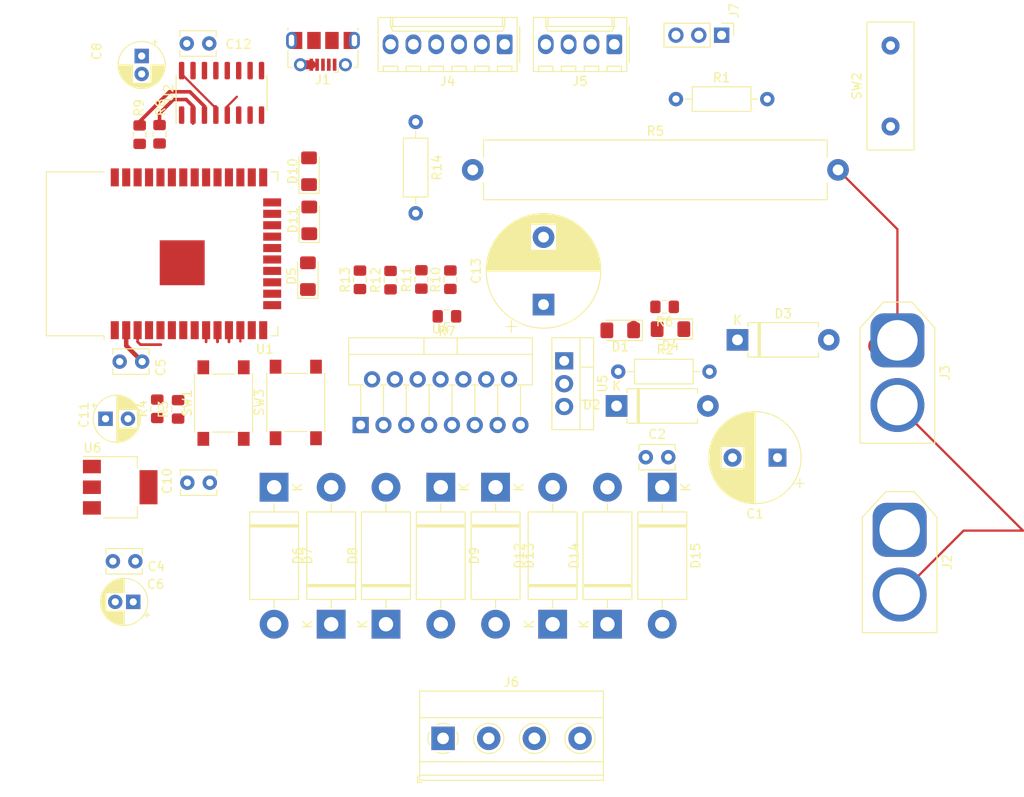
<source format=kicad_pcb>
(kicad_pcb (version 20171130) (host pcbnew "(5.1.9)-1")
  (layers (0 F.Cu signal) (31 B.Cu signal) (34 B.Paste user) (35 F.Paste user) (36 B.SilkS user) (37 F.SilkS user) (38 B.Mask user) (39 F.Mask user hide) (44 Edge.Cuts user))
  (net 0 "")
  (net 1 GND)
  (net 2 "Net-(C1-Pad1)")
  (net 3 +12V)
  (net 4 +5V)
  (net 5 +3V3)
  (net 6 "FAN1,2(-)")
  (net 7 "FAN1,2(+)")
  (net 8 "FAN3,4(+)")
  (net 9 "FAN3,4(-)")
  (net 10 "Net-(D1-Pad2)")
  (net 11 "Net-(D3-Pad2)")
  (net 12 "Net-(D4-Pad2)")
  (net 13 "Net-(D5-Pad2)")
  (net 14 "Net-(D10-Pad2)")
  (net 15 /IO13)
  (net 16 /IO14)
  (net 17 "Net-(D11-Pad2)")
  (net 18 "Net-(J1-Pad2)")
  (net 19 "Net-(J1-Pad1)")
  (net 20 "Net-(J1-Pad3)")
  (net 21 /SDA)
  (net 22 /SCL)
  (net 23 "Net-(J4-Pad5)")
  (net 24 "Net-(J7-Pad2)")
  (net 25 "Net-(R1-Pad2)")
  (net 26 EN)
  (net 27 FLASH)
  (net 28 /USBTX)
  (net 29 "Net-(R8-Pad1)")
  (net 30 /USBRX)
  (net 31 "Net-(R9-Pad1)")
  (net 32 /IO19)
  (net 33 "Net-(U1-Pad4)")
  (net 34 "Net-(U1-Pad5)")
  (net 35 "Net-(U1-Pad6)")
  (net 36 "Net-(U1-Pad7)")
  (net 37 /IO32)
  (net 38 /IO33)
  (net 39 /IO25)
  (net 40 /IO26)
  (net 41 /IO27)
  (net 42 /IO12)
  (net 43 "Net-(U1-Pad17)")
  (net 44 "Net-(U1-Pad18)")
  (net 45 "Net-(U1-Pad19)")
  (net 46 "Net-(U1-Pad20)")
  (net 47 "Net-(U1-Pad21)")
  (net 48 "Net-(U1-Pad22)")
  (net 49 "Net-(U1-Pad23)")
  (net 50 "Net-(U1-Pad24)")
  (net 51 "Net-(U1-Pad26)")
  (net 52 "Net-(U1-Pad27)")
  (net 53 "Net-(U1-Pad28)")
  (net 54 "Net-(U1-Pad30)")
  (net 55 "Net-(U1-Pad32)")
  (net 56 "Net-(U1-Pad37)")
  (net 57 "Net-(U2-Pad7)")
  (net 58 "Net-(U2-Pad8)")
  (net 59 "Net-(U2-Pad9)")
  (net 60 "Net-(U2-Pad10)")
  (net 61 "Net-(U2-Pad11)")
  (net 62 "Net-(U2-Pad12)")
  (net 63 "Net-(U2-Pad13)")
  (net 64 "Net-(U2-Pad14)")
  (net 65 "Net-(U2-Pad15)")
  (net 66 "Net-(J4-Pad6)")
  (module Connector_Molex:Molex_KK-254_AE-6410-04A_1x04_P2.54mm_Vertical (layer F.Cu) (at 146.812 64.008 180)
    (fp_text reference J5 (at 3.81 -4.12) (layer F.SilkS))
    (fp_text value LCD)
    (pad 4 thru_hole oval (at 7.62 0 180) (size 1.74 2.19) (drill 1.19) (layers *.Cu *.Mask) (net 22 /SCL))
    (pad 3 thru_hole oval (at 5.08 0 180) (size 1.74 2.19) (drill 1.19) (layers *.Cu *.Mask) (net 21 /SDA))
    (pad 2 thru_hole oval (at 2.54 0 180) (size 1.74 2.19) (drill 1.19) (layers *.Cu *.Mask) (net 5 +3V3))
    (pad 1 thru_hole roundrect (at 0 0 180) (size 1.74 2.19) (drill 1.19) (layers *.Cu *.Mask) (roundrect_rratio 0.143678) (net 1 GND))
  )
  (module Connector_Molex:Molex_KK-254_AE-6410-06A_1x06_P2.54mm_Vertical (layer F.Cu) (at 134.62 64.008 180)
    (fp_text reference J4 (at 6.35 -4.12) (layer F.SilkS))
    (fp_text value BME)
    (pad 6 thru_hole oval (at 12.7 0 180) (size 1.74 2.19) (drill 1.19) (layers *.Cu *.Mask) (net 66 "Net-(J4-Pad6)"))
    (pad 5 thru_hole oval (at 10.16 0 180) (size 1.74 2.19) (drill 1.19) (layers *.Cu *.Mask) (net 23 "Net-(J4-Pad5)"))
    (pad 4 thru_hole oval (at 7.62 0 180) (size 1.74 2.19) (drill 1.19) (layers *.Cu *.Mask) (net 21 /SDA))
    (pad 3 thru_hole oval (at 5.08 0 180) (size 1.74 2.19) (drill 1.19) (layers *.Cu *.Mask) (net 22 /SCL))
    (pad 2 thru_hole oval (at 2.54 0 180) (size 1.74 2.19) (drill 1.19) (layers *.Cu *.Mask) (net 1 GND))
    (pad 1 thru_hole roundrect (at 0 0 180) (size 1.74 2.19) (drill 1.19) (layers *.Cu *.Mask) (roundrect_rratio 0.143678) (net 5 +3V3))
  )
  (module Button_Switch_SMD:SW_SPST_PTS645 (layer F.Cu) (at 111.37646 103.85312 90)
    (fp_text reference SW3 (at 0 -4.05 90) (layer F.SilkS))
    (fp_text value FLASH)
    (pad 2 smd rect (at 3.98 2.25 90) (size 1.55 1.3) (layers F.Cu F.Paste F.Mask) (net 27 FLASH))
    (pad 1 smd rect (at 3.98 -2.25 90) (size 1.55 1.3) (layers F.Cu F.Paste F.Mask) (net 1 GND))
    (pad 1 smd rect (at -3.98 -2.25 90) (size 1.55 1.3) (layers F.Cu F.Paste F.Mask) (net 1 GND))
    (pad 2 smd rect (at -3.98 2.25 90) (size 1.55 1.3) (layers F.Cu F.Paste F.Mask) (net 27 FLASH))
  )
  (module Button_Switch_SMD:SW_SPST_PTS645 (layer F.Cu) (at 103.34078 103.92156 90)
    (fp_text reference SW1 (at 0 -4.05 90) (layer F.SilkS))
    (fp_text value EN)
    (pad 2 smd rect (at 3.98 2.25 90) (size 1.55 1.3) (layers F.Cu F.Paste F.Mask) (net 26 EN))
    (pad 1 smd rect (at 3.98 -2.25 90) (size 1.55 1.3) (layers F.Cu F.Paste F.Mask) (net 1 GND))
    (pad 1 smd rect (at -3.98 -2.25 90) (size 1.55 1.3) (layers F.Cu F.Paste F.Mask) (net 1 GND))
    (pad 2 smd rect (at -3.98 2.25 90) (size 1.55 1.3) (layers F.Cu F.Paste F.Mask) (net 26 EN))
  )
  (module Resistor_SMD:R_0805_2012Metric_Pad1.15x1.40mm_HandSolder (layer F.Cu) (at 118.5164 90.2081 90)
    (fp_text reference R13 (at 0 -1.65 90) (layer F.SilkS))
    (fp_text value 2.2k)
    (pad 2 smd roundrect (at 1.025 0 90) (size 1.15 1.4) (layers F.Cu F.Paste F.Mask) (roundrect_rratio 0.217391) (net 17 "Net-(D11-Pad2)"))
    (pad 1 smd roundrect (at -1.025 0 90) (size 1.15 1.4) (layers F.Cu F.Paste F.Mask) (roundrect_rratio 0.217391) (net 5 +3V3))
  )
  (module Resistor_SMD:R_0805_2012Metric_Pad1.15x1.40mm_HandSolder (layer F.Cu) (at 121.92 90.2462 90)
    (fp_text reference R12 (at 0 -1.65 90) (layer F.SilkS))
    (fp_text value 2.2k)
    (pad 2 smd roundrect (at 1.025 0 90) (size 1.15 1.4) (layers F.Cu F.Paste F.Mask) (roundrect_rratio 0.217391) (net 14 "Net-(D10-Pad2)"))
    (pad 1 smd roundrect (at -1.025 0 90) (size 1.15 1.4) (layers F.Cu F.Paste F.Mask) (roundrect_rratio 0.217391) (net 5 +3V3))
  )
  (module Resistor_SMD:R_0805_2012Metric_Pad1.15x1.40mm_HandSolder (layer F.Cu) (at 128.1938 94.2721 180)
    (fp_text reference R7 (at 0 -1.65) (layer F.SilkS))
    (fp_text value 2.2k)
    (pad 2 smd roundrect (at 1.025 0 180) (size 1.15 1.4) (layers F.Cu F.Paste F.Mask) (roundrect_rratio 0.217391) (net 13 "Net-(D5-Pad2)"))
    (pad 1 smd roundrect (at -1.025 0 180) (size 1.15 1.4) (layers F.Cu F.Paste F.Mask) (roundrect_rratio 0.217391) (net 5 +3V3))
  )
  (module Resistor_SMD:R_0805_2012Metric_Pad1.15x1.40mm_HandSolder (layer F.Cu) (at 152.409 93.218 180)
    (fp_text reference R6 (at 0 -1.65) (layer F.SilkS))
    (fp_text value 4k7)
    (pad 2 smd roundrect (at 1.025 0 180) (size 1.15 1.4) (layers F.Cu F.Paste F.Mask) (roundrect_rratio 0.217391) (net 12 "Net-(D4-Pad2)"))
    (pad 1 smd roundrect (at -1.025 0 180) (size 1.15 1.4) (layers F.Cu F.Paste F.Mask) (roundrect_rratio 0.217391) (net 3 +12V))
  )
  (module Resistor_SMD:R_0805_2012Metric_Pad1.15x1.40mm_HandSolder (layer F.Cu) (at 125.349 90.17 90)
    (fp_text reference R11 (at 0 -1.65 90) (layer F.SilkS))
    (fp_text value 4k7)
    (pad 2 smd roundrect (at 1.025 0 90) (size 1.15 1.4) (layers F.Cu F.Paste F.Mask) (roundrect_rratio 0.217391) (net 22 /SCL))
    (pad 1 smd roundrect (at -1.025 0 90) (size 1.15 1.4) (layers F.Cu F.Paste F.Mask) (roundrect_rratio 0.217391) (net 5 +3V3))
  )
  (module Resistor_SMD:R_0805_2012Metric_Pad1.15x1.40mm_HandSolder (layer F.Cu) (at 128.5748 90.1954 90)
    (fp_text reference R10 (at 0 -1.65 90) (layer F.SilkS))
    (fp_text value 4k7)
    (pad 2 smd roundrect (at 1.025 0 90) (size 1.15 1.4) (layers F.Cu F.Paste F.Mask) (roundrect_rratio 0.217391) (net 21 /SDA))
    (pad 1 smd roundrect (at -1.025 0 90) (size 1.15 1.4) (layers F.Cu F.Paste F.Mask) (roundrect_rratio 0.217391) (net 5 +3V3))
  )
  (module Resistor_THT:R_Axial_Power_L38.0mm_W6.4mm_P40.64mm (layer F.Cu) (at 131.064 77.978)
    (fp_text reference R5 (at 20.32 -4.32) (layer F.SilkS))
    (fp_text value 100)
    (pad 2 thru_hole oval (at 40.64 0) (size 2.4 2.4) (drill 1.2) (layers *.Cu *.Mask) (net 11 "Net-(D3-Pad2)"))
    (pad 1 thru_hole circle (at 0 0) (size 2.4 2.4) (drill 1.2) (layers *.Cu *.Mask) (net 3 +12V))
  )
  (module Resistor_SMD:R_0805_2012Metric_Pad1.15x1.40mm_HandSolder (layer F.Cu) (at 95.96628 104.5591 90)
    (fp_text reference R4 (at 0 -1.65 90) (layer F.SilkS))
    (fp_text value 10k)
    (pad 2 smd roundrect (at 1.025 0 90) (size 1.15 1.4) (layers F.Cu F.Paste F.Mask) (roundrect_rratio 0.217391) (net 27 FLASH))
    (pad 1 smd roundrect (at -1.025 0 90) (size 1.15 1.4) (layers F.Cu F.Paste F.Mask) (roundrect_rratio 0.217391) (net 5 +3V3))
  )
  (module Resistor_SMD:R_0805_2012Metric_Pad1.15x1.40mm_HandSolder (layer F.Cu) (at 98.2853 104.62144 90)
    (fp_text reference R3 (at 0 -1.65 90) (layer F.SilkS))
    (fp_text value 10k)
    (pad 2 smd roundrect (at 1.025 0 90) (size 1.15 1.4) (layers F.Cu F.Paste F.Mask) (roundrect_rratio 0.217391) (net 26 EN))
    (pad 1 smd roundrect (at -1.025 0 90) (size 1.15 1.4) (layers F.Cu F.Paste F.Mask) (roundrect_rratio 0.217391) (net 5 +3V3))
  )
  (module Capacitor_THT:C_Disc_D3.8mm_W2.6mm_P2.50mm (layer F.Cu) (at 99.2505 63.9191)
    (fp_text reference C12 (at 5.7495 0.0762) (layer F.SilkS))
    (fp_text value 100nF)
    (pad 1 thru_hole circle (at 0 0) (size 1.6 1.6) (drill 0.8) (layers *.Cu *.Mask) (net 5 +3V3))
    (pad 2 thru_hole circle (at 2.5 0) (size 1.6 1.6) (drill 0.8) (layers *.Cu *.Mask) (net 1 GND))
  )
  (module Package_TO_SOT_THT:TO-220-3_Vertical (layer F.Cu) (at 141.2367 99.2251 270)
    (fp_text reference U5 (at 2.54 -4.27 90) (layer F.SilkS))
    (fp_text value L7805)
    (pad 1 thru_hole rect (at 0 0 270) (size 1.905 2) (drill 1.1) (layers *.Cu *.Mask) (net 3 +12V))
    (pad 2 thru_hole oval (at 2.54 0 270) (size 1.905 2) (drill 1.1) (layers *.Cu *.Mask) (net 1 GND))
    (pad 3 thru_hole oval (at 5.08 0 270) (size 1.905 2) (drill 1.1) (layers *.Cu *.Mask) (net 4 +5V))
  )
  (module Connector_PinHeader_2.54mm:PinHeader_1x03_P2.54mm_Vertical (layer F.Cu) (at 158.75 62.992 270)
    (fp_text reference J7 (at -2.7432 -1.3843 90) (layer F.SilkS))
    (fp_text value "IR sensor")
    (pad 1 thru_hole rect (at 0 0 270) (size 1.7 1.7) (drill 1) (layers *.Cu *.Mask) (net 5 +3V3))
    (pad 2 thru_hole oval (at 0 2.54 270) (size 1.7 1.7) (drill 1) (layers *.Cu *.Mask) (net 24 "Net-(J7-Pad2)"))
    (pad 3 thru_hole oval (at 0 5.08 270) (size 1.7 1.7) (drill 1) (layers *.Cu *.Mask) (net 1 GND))
  )
  (module Capacitor_THT:CP_Radial_D12.5mm_P7.50mm (layer F.Cu) (at 138.938 92.964 90)
    (fp_text reference C13 (at 3.75 -7.5 90) (layer F.SilkS))
    (fp_text value 220uF)
    (pad 1 thru_hole rect (at 0 0 90) (size 2.4 2.4) (drill 1.2) (layers *.Cu *.Mask) (net 3 +12V))
    (pad 2 thru_hole circle (at 7.5 0 90) (size 2.4 2.4) (drill 1.2) (layers *.Cu *.Mask) (net 1 GND))
  )
  (module TerminalBlock_Phoenix:TerminalBlock_Phoenix_MKDS-1,5-4-5.08_1x04_P5.08mm_Horizontal (layer F.Cu) (at 127.762 141.224)
    (fp_text reference J6 (at 7.62 -6.26) (layer F.SilkS))
    (fp_text value FANS)
    (pad 4 thru_hole circle (at 15.24 0) (size 2.6 2.6) (drill 1.3) (layers *.Cu *.Mask) (net 9 "FAN3,4(-)"))
    (pad 3 thru_hole circle (at 10.16 0) (size 2.6 2.6) (drill 1.3) (layers *.Cu *.Mask) (net 8 "FAN3,4(+)"))
    (pad 2 thru_hole circle (at 5.08 0) (size 2.6 2.6) (drill 1.3) (layers *.Cu *.Mask) (net 6 "FAN1,2(-)"))
    (pad 1 thru_hole rect (at 0 0) (size 2.6 2.6) (drill 1.3) (layers *.Cu *.Mask) (net 7 "FAN1,2(+)"))
  )
  (module Capacitor_THT:CP_Radial_D5.0mm_P2.00mm (layer F.Cu) (at 94.234 65.31 270)
    (fp_text reference C8 (at -0.52476 5 90) (layer F.SilkS))
    (fp_text value 1u)
    (pad 2 thru_hole circle (at 2 0 270) (size 1.6 1.6) (drill 0.8) (layers *.Cu *.Mask) (net 1 GND))
    (pad 1 thru_hole rect (at 0 0 270) (size 1.6 1.6) (drill 0.8) (layers *.Cu *.Mask) (net 5 +3V3))
  )
  (module Capacitor_THT:C_Disc_D3.8mm_W2.6mm_P2.50mm (layer F.Cu) (at 99.314 112.776)
    (fp_text reference C10 (at -2.2494 -0.18522 270) (layer F.SilkS))
    (fp_text value 100nF)
    (pad 2 thru_hole circle (at 2.5 0) (size 1.6 1.6) (drill 0.8) (layers *.Cu *.Mask) (net 1 GND))
    (pad 1 thru_hole circle (at 0 0) (size 1.6 1.6) (drill 0.8) (layers *.Cu *.Mask) (net 5 +3V3))
  )
  (module Connector_AMASS:AMASS_XT60-F_1x02_P7.20mm_Vertical (layer F.Cu) (at 178.562 118.022 270)
    (fp_text reference J2 (at 3.6 -5.3 270) (layer F.SilkS))
    (fp_text value 12V_SMPS)
    (pad 1 thru_hole roundrect (at 0 0 270) (size 6 6) (drill 4.5) (layers *.Cu *.Mask) (net 2 "Net-(C1-Pad1)"))
    (pad 2 thru_hole circle (at 7.2 0 270) (size 6 6) (drill 4.5) (layers *.Cu *.Mask) (net 1 GND))
  )
  (module Resistor_SMD:R_0805_2012Metric_Pad1.15x1.40mm_HandSolder (layer F.Cu) (at 94.00794 74.05994 270)
    (fp_text reference R9 (at -2.97296 0.07112 90) (layer F.SilkS))
    (fp_text value 470)
    (pad 2 smd roundrect (at 1.025 0 270) (size 1.15 1.4) (layers F.Cu F.Paste F.Mask) (roundrect_rratio 0.217391) (net 30 /USBRX))
    (pad 1 smd roundrect (at -1.025 0 270) (size 1.15 1.4) (layers F.Cu F.Paste F.Mask) (roundrect_rratio 0.217391) (net 31 "Net-(R9-Pad1)"))
  )
  (module Capacitor_THT:CP_Radial_D10.0mm_P5.00mm (layer F.Cu) (at 164.9692 109.9947 180)
    (fp_text reference C1 (at 2.5 -6.25) (layer F.SilkS))
    (fp_text value 1000uF)
    (pad 2 thru_hole circle (at 5 0 180) (size 2 2) (drill 1) (layers *.Cu *.Mask) (net 1 GND))
    (pad 1 thru_hole rect (at 0 0 180) (size 2 2) (drill 1) (layers *.Cu *.Mask) (net 2 "Net-(C1-Pad1)"))
  )
  (module Capacitor_THT:C_Disc_D3.8mm_W2.6mm_P2.50mm (layer F.Cu) (at 94.28544 99.30638 180)
    (fp_text reference C5 (at -2.072 -0.65024 270) (layer F.SilkS))
    (fp_text value 100nF)
    (pad 1 thru_hole circle (at 0 0 180) (size 1.6 1.6) (drill 0.8) (layers *.Cu *.Mask) (net 5 +3V3))
    (pad 2 thru_hole circle (at 2.5 0 180) (size 1.6 1.6) (drill 0.8) (layers *.Cu *.Mask) (net 1 GND))
  )
  (module Capacitor_THT:C_Disc_D3.8mm_W2.6mm_P2.50mm (layer F.Cu) (at 150.3172 109.9439)
    (fp_text reference C2 (at 1.25 -2.55) (layer F.SilkS))
    (fp_text value 100nF)
    (pad 2 thru_hole circle (at 2.5 0) (size 1.6 1.6) (drill 0.8) (layers *.Cu *.Mask) (net 1 GND))
    (pad 1 thru_hole circle (at 0 0) (size 1.6 1.6) (drill 0.8) (layers *.Cu *.Mask) (net 3 +12V))
  )
  (module Capacitor_THT:CP_Radial_D5.0mm_P2.00mm (layer F.Cu) (at 93.29208 126.03862 180)
    (fp_text reference C6 (at -2.4892 1.9558) (layer F.SilkS))
    (fp_text value 1u)
    (pad 1 thru_hole rect (at 0 0 180) (size 1.6 1.6) (drill 0.8) (layers *.Cu *.Mask) (net 4 +5V))
    (pad 2 thru_hole circle (at 2 0 180) (size 1.6 1.6) (drill 0.8) (layers *.Cu *.Mask) (net 1 GND))
  )
  (module Resistor_SMD:R_0805_2012Metric_Pad1.15x1.40mm_HandSolder (layer F.Cu) (at 96.22282 74.0193 270)
    (fp_text reference R8 (at -2.9882 -0.11684 90) (layer F.SilkS))
    (fp_text value 470)
    (pad 2 smd roundrect (at 1.025 0 270) (size 1.15 1.4) (layers F.Cu F.Paste F.Mask) (roundrect_rratio 0.217391) (net 28 /USBTX))
    (pad 1 smd roundrect (at -1.025 0 270) (size 1.15 1.4) (layers F.Cu F.Paste F.Mask) (roundrect_rratio 0.217391) (net 29 "Net-(R8-Pad1)"))
  )
  (module Resistor_THT:R_Axial_DIN0207_L6.3mm_D2.5mm_P10.16mm_Horizontal (layer F.Cu) (at 153.67 70.104)
    (fp_text reference R1 (at 5.08 -2.37) (layer F.SilkS))
    (fp_text value 2.2k)
    (pad 1 thru_hole circle (at 0 0) (size 1.6 1.6) (drill 0.8) (layers *.Cu *.Mask) (net 5 +3V3))
    (pad 2 thru_hole oval (at 10.16 0) (size 1.6 1.6) (drill 0.8) (layers *.Cu *.Mask) (net 25 "Net-(R1-Pad2)"))
  )
  (module LED_SMD:LED_1206_3216Metric_Pad1.42x1.75mm_HandSolder (layer F.Cu) (at 147.474 95.8342 180)
    (fp_text reference D1 (at 0 -1.82) (layer F.SilkS))
    (fp_text value LED_Supp)
    (pad 2 smd roundrect (at 1.4875 0 180) (size 1.425 1.75) (layers F.Cu F.Paste F.Mask) (roundrect_rratio 0.175439) (net 10 "Net-(D1-Pad2)"))
    (pad 1 smd roundrect (at -1.4875 0 180) (size 1.425 1.75) (layers F.Cu F.Paste F.Mask) (roundrect_rratio 0.175439) (net 1 GND))
  )
  (module Capacitor_THT:CP_Radial_D5.0mm_P2.50mm (layer F.Cu) (at 90.21 105.664)
    (fp_text reference C11 (at -2.40538 -0.4227 270) (layer F.SilkS))
    (fp_text value 1u)
    (pad 1 thru_hole rect (at 0 0) (size 1.6 1.6) (drill 0.8) (layers *.Cu *.Mask) (net 5 +3V3))
    (pad 2 thru_hole circle (at 2.5 0) (size 1.6 1.6) (drill 0.8) (layers *.Cu *.Mask) (net 1 GND))
  )
  (module Diode_THT:D_DO-15_P10.16mm_Horizontal (layer F.Cu) (at 160.5153 96.8883)
    (fp_text reference D3 (at 5.08 -2.92) (layer F.SilkS))
    (fp_text value D_Small)
    (fp_text user K (at 0 -2.2) (layer F.SilkS))
    (pad 1 thru_hole rect (at 0 0) (size 2.4 2.4) (drill 1.2) (layers *.Cu *.Mask) (net 3 +12V))
    (pad 2 thru_hole oval (at 10.16 0) (size 2.4 2.4) (drill 1.2) (layers *.Cu *.Mask) (net 11 "Net-(D3-Pad2)"))
  )
  (module Diode_THT:D_DO-15_P10.16mm_Horizontal (layer F.Cu) (at 147.066 104.2416)
    (fp_text reference D2 (at -2.7686 -0.127) (layer F.SilkS))
    (fp_text value D_Small)
    (fp_text user K (at 0 -2.2) (layer F.SilkS))
    (pad 2 thru_hole oval (at 10.16 0) (size 2.4 2.4) (drill 1.2) (layers *.Cu *.Mask) (net 2 "Net-(C1-Pad1)"))
    (pad 1 thru_hole rect (at 0 0) (size 2.4 2.4) (drill 1.2) (layers *.Cu *.Mask) (net 3 +12V))
  )
  (module Connector_USB:USB_Micro-B_Molex-105017-0001 (layer F.Cu) (at 114.3997 64.8188 180)
    (fp_text reference J1 (at 0 -3.1125) (layer F.SilkS))
    (fp_text value USB_B_Micro)
    (pad 6 smd rect (at 1 1.2375 180) (size 1.5 1.9) (layers F.Cu F.Paste F.Mask) (net 1 GND))
    (pad 6 thru_hole circle (at -2.5 -1.4625 180) (size 1.45 1.45) (drill 0.85) (layers *.Cu *.Mask) (net 1 GND))
    (pad 2 smd rect (at -0.65 -1.4625 180) (size 0.4 1.35) (layers F.Cu F.Paste F.Mask) (net 18 "Net-(J1-Pad2)"))
    (pad 1 smd rect (at -1.3 -1.4625 180) (size 0.4 1.35) (layers F.Cu F.Paste F.Mask) (net 19 "Net-(J1-Pad1)"))
    (pad 5 smd rect (at 1.3 -1.4625 180) (size 0.4 1.35) (layers F.Cu F.Paste F.Mask) (net 1 GND))
    (pad 4 smd rect (at 0.65 -1.4625 180) (size 0.4 1.35) (layers F.Cu F.Paste F.Mask) (net 1 GND))
    (pad 3 smd rect (at 0 -1.4625 180) (size 0.4 1.35) (layers F.Cu F.Paste F.Mask) (net 20 "Net-(J1-Pad3)"))
    (pad 6 thru_hole circle (at 2.5 -1.4625 180) (size 1.45 1.45) (drill 0.85) (layers *.Cu *.Mask) (net 1 GND))
    (pad 6 smd rect (at -1 1.2375 180) (size 1.5 1.9) (layers F.Cu F.Paste F.Mask) (net 1 GND))
    (pad 6 thru_hole oval (at -3.5 1.2375) (size 1.2 1.9) (drill oval 0.6 1.3) (layers *.Cu *.Mask) (net 1 GND))
    (pad 6 thru_hole oval (at 3.5 1.2375 180) (size 1.2 1.9) (drill oval 0.6 1.3) (layers *.Cu *.Mask) (net 1 GND))
    (pad 6 smd rect (at 2.9 1.2375 180) (size 1.2 1.9) (layers F.Cu F.Mask) (net 1 GND))
    (pad 6 smd rect (at -2.9 1.2375 180) (size 1.2 1.9) (layers F.Cu F.Mask) (net 1 GND))
  )
  (module LED_SMD:LED_1206_3216Metric_Pad1.42x1.75mm_HandSolder (layer F.Cu) (at 112.8776 83.593 90)
    (fp_text reference D11 (at 0 -1.82 90) (layer F.SilkS))
    (fp_text value Debug_LED_1)
    (pad 1 smd roundrect (at -1.4875 0 90) (size 1.425 1.75) (layers F.Cu F.Paste F.Mask) (roundrect_rratio 0.175439) (net 16 /IO14))
    (pad 2 smd roundrect (at 1.4875 0 90) (size 1.425 1.75) (layers F.Cu F.Paste F.Mask) (roundrect_rratio 0.175439) (net 17 "Net-(D11-Pad2)"))
  )
  (module Resistor_THT:R_Axial_DIN0207_L6.3mm_D2.5mm_P10.16mm_Horizontal (layer F.Cu) (at 124.714 72.644 270)
    (fp_text reference R14 (at 5.08 -2.37 90) (layer F.SilkS))
    (fp_text value 10k)
    (pad 1 thru_hole circle (at 0 0 270) (size 1.6 1.6) (drill 0.8) (layers *.Cu *.Mask) (net 24 "Net-(J7-Pad2)"))
    (pad 2 thru_hole oval (at 10.16 0 270) (size 1.6 1.6) (drill 0.8) (layers *.Cu *.Mask) (net 32 /IO19))
  )
  (module Connector_AMASS:AMASS_XT60-F_1x02_P7.20mm_Vertical (layer F.Cu) (at 178.308 96.94 270)
    (fp_text reference J3 (at 3.6 -5.3 270) (layer F.SilkS))
    (fp_text value 12V_BATT)
    (pad 2 thru_hole circle (at 7.2 0 270) (size 6 6) (drill 4.5) (layers *.Cu *.Mask) (net 1 GND))
    (pad 1 thru_hole roundrect (at 0 0 270) (size 6 6) (drill 4.5) (layers *.Cu *.Mask) (net 11 "Net-(D3-Pad2)"))
  )
  (module LED_SMD:LED_1206_3216Metric_Pad1.42x1.75mm_HandSolder (layer F.Cu) (at 112.7252 89.8033 90)
    (fp_text reference D5 (at 0 -1.82 90) (layer F.SilkS))
    (fp_text value MCU_LED)
    (pad 1 smd roundrect (at -1.4875 0 90) (size 1.425 1.75) (layers F.Cu F.Paste F.Mask) (roundrect_rratio 0.175439) (net 1 GND))
    (pad 2 smd roundrect (at 1.4875 0 90) (size 1.425 1.75) (layers F.Cu F.Paste F.Mask) (roundrect_rratio 0.175439) (net 13 "Net-(D5-Pad2)"))
  )
  (module Resistor_THT:R_Axial_DIN0207_L6.3mm_D2.5mm_P10.16mm_Horizontal (layer F.Cu) (at 157.4038 100.4189 180)
    (fp_text reference R2 (at 4.9276 2.4384) (layer F.SilkS))
    (fp_text value 6.8k)
    (pad 2 thru_hole oval (at 10.16 0 180) (size 1.6 1.6) (drill 0.8) (layers *.Cu *.Mask) (net 10 "Net-(D1-Pad2)"))
    (pad 1 thru_hole circle (at 0 0 180) (size 1.6 1.6) (drill 0.8) (layers *.Cu *.Mask) (net 2 "Net-(C1-Pad1)"))
  )
  (module LED_SMD:LED_1206_3216Metric_Pad1.42x1.75mm_HandSolder (layer F.Cu) (at 112.8522 78.1288 90)
    (fp_text reference D10 (at 0 -1.82 90) (layer F.SilkS))
    (fp_text value Debug_LED_1)
    (pad 2 smd roundrect (at 1.4875 0 90) (size 1.425 1.75) (layers F.Cu F.Paste F.Mask) (roundrect_rratio 0.175439) (net 14 "Net-(D10-Pad2)"))
    (pad 1 smd roundrect (at -1.4875 0 90) (size 1.425 1.75) (layers F.Cu F.Paste F.Mask) (roundrect_rratio 0.175439) (net 15 /IO13))
  )
  (module Capacitor_THT:C_Disc_D3.8mm_W2.6mm_P2.50mm (layer F.Cu) (at 93.53148 121.51742 180)
    (fp_text reference C4 (at -2.326 -0.5842) (layer F.SilkS))
    (fp_text value 100nF)
    (pad 1 thru_hole circle (at 0 0 180) (size 1.6 1.6) (drill 0.8) (layers *.Cu *.Mask) (net 4 +5V))
    (pad 2 thru_hole circle (at 2.5 0 180) (size 1.6 1.6) (drill 0.8) (layers *.Cu *.Mask) (net 1 GND))
  )
  (module Diode_THT:D_DO-201AD_P15.24mm_Horizontal (layer F.Cu) (at 133.604 113.284 270)
    (fp_text reference D13 (at 7.62 -3.72 90) (layer F.SilkS))
    (fp_text value UF5407)
    (fp_text user K (at 0 -2.6 90) (layer F.SilkS))
    (pad 2 thru_hole oval (at 15.24 0 270) (size 3.2 3.2) (drill 1.6) (layers *.Cu *.Mask) (net 1 GND))
    (pad 1 thru_hole rect (at 0 0 270) (size 3.2 3.2) (drill 1.6) (layers *.Cu *.Mask) (net 8 "FAN3,4(+)"))
  )
  (module Diode_THT:D_DO-201AD_P15.24mm_Horizontal (layer F.Cu) (at 146.05 128.524 90)
    (fp_text reference D14 (at 7.62 -3.72 90) (layer F.SilkS))
    (fp_text value UF5407)
    (fp_text user K (at 0 -2.6 90) (layer F.SilkS))
    (pad 2 thru_hole oval (at 15.24 0 90) (size 3.2 3.2) (drill 1.6) (layers *.Cu *.Mask) (net 9 "FAN3,4(-)"))
    (pad 1 thru_hole rect (at 0 0 90) (size 3.2 3.2) (drill 1.6) (layers *.Cu *.Mask) (net 3 +12V))
  )
  (module Package_SO:SOIC-16_3.9x9.9mm_P1.27mm (layer F.Cu) (at 103.12146 69.41058 90)
    (fp_text reference U2 (at 0 -5.9 90) (layer F.SilkS))
    (fp_text value CH340C)
    (pad 1 smd roundrect (at -2.475 -4.445 90) (size 1.95 0.6) (layers F.Cu F.Paste F.Mask) (net 1 GND))
    (pad 2 smd roundrect (at -2.475 -3.175 90) (size 1.95 0.6) (layers F.Cu F.Paste F.Mask) (net 29 "Net-(R8-Pad1)"))
    (pad 3 smd roundrect (at -2.475 -1.905 90) (size 1.95 0.6) (layers F.Cu F.Paste F.Mask) (net 31 "Net-(R9-Pad1)"))
    (pad 4 smd roundrect (at -2.475 -0.635 90) (size 1.95 0.6) (layers F.Cu F.Paste F.Mask) (net 5 +3V3))
    (pad 5 smd roundrect (at -2.475 0.635 90) (size 1.95 0.6) (layers F.Cu F.Paste F.Mask) (net 20 "Net-(J1-Pad3)"))
    (pad 6 smd roundrect (at -2.475 1.905 90) (size 1.95 0.6) (layers F.Cu F.Paste F.Mask) (net 18 "Net-(J1-Pad2)"))
    (pad 7 smd roundrect (at -2.475 3.175 90) (size 1.95 0.6) (layers F.Cu F.Paste F.Mask) (net 57 "Net-(U2-Pad7)"))
    (pad 8 smd roundrect (at -2.475 4.445 90) (size 1.95 0.6) (layers F.Cu F.Paste F.Mask) (net 58 "Net-(U2-Pad8)"))
    (pad 9 smd roundrect (at 2.475 4.445 90) (size 1.95 0.6) (layers F.Cu F.Paste F.Mask) (net 59 "Net-(U2-Pad9)"))
    (pad 10 smd roundrect (at 2.475 3.175 90) (size 1.95 0.6) (layers F.Cu F.Paste F.Mask) (net 60 "Net-(U2-Pad10)"))
    (pad 11 smd roundrect (at 2.475 1.905 90) (size 1.95 0.6) (layers F.Cu F.Paste F.Mask) (net 61 "Net-(U2-Pad11)"))
    (pad 12 smd roundrect (at 2.475 0.635 90) (size 1.95 0.6) (layers F.Cu F.Paste F.Mask) (net 62 "Net-(U2-Pad12)"))
    (pad 13 smd roundrect (at 2.475 -0.635 90) (size 1.95 0.6) (layers F.Cu F.Paste F.Mask) (net 63 "Net-(U2-Pad13)"))
    (pad 14 smd roundrect (at 2.475 -1.905 90) (size 1.95 0.6) (layers F.Cu F.Paste F.Mask) (net 64 "Net-(U2-Pad14)"))
    (pad 15 smd roundrect (at 2.475 -3.175 90) (size 1.95 0.6) (layers F.Cu F.Paste F.Mask) (net 65 "Net-(U2-Pad15)"))
    (pad 16 smd roundrect (at 2.475 -4.445 90) (size 1.95 0.6) (layers F.Cu F.Paste F.Mask) (net 5 +3V3))
  )
  (module Diode_THT:D_DO-201AD_P15.24mm_Horizontal (layer F.Cu) (at 121.412 128.524 90)
    (fp_text reference D8 (at 7.62 -3.72 90) (layer F.SilkS))
    (fp_text value UF5407)
    (fp_text user K (at 0 -2.6 90) (layer F.SilkS))
    (pad 2 thru_hole oval (at 15.24 0 90) (size 3.2 3.2) (drill 1.6) (layers *.Cu *.Mask) (net 6 "FAN1,2(-)"))
    (pad 1 thru_hole rect (at 0 0 90) (size 3.2 3.2) (drill 1.6) (layers *.Cu *.Mask) (net 3 +12V))
  )
  (module Package_TO_SOT_SMD:SOT-223-3_TabPin2 (layer F.Cu) (at 91.846 113.284)
    (fp_text reference U6 (at -3.0984 -4.3815) (layer F.SilkS))
    (fp_text value AMS1117-3.3)
    (pad 2 smd rect (at 3.15 0) (size 2 3.8) (layers F.Cu F.Paste F.Mask) (net 5 +3V3))
    (pad 2 smd rect (at -3.15 0) (size 2 1.5) (layers F.Cu F.Paste F.Mask) (net 5 +3V3))
    (pad 3 smd rect (at -3.15 2.3) (size 2 1.5) (layers F.Cu F.Paste F.Mask) (net 4 +5V))
    (pad 1 smd rect (at -3.15 -2.3) (size 2 1.5) (layers F.Cu F.Paste F.Mask) (net 1 GND))
  )
  (module Resistor_THT:R_Box_L14.0mm_W5.0mm_P9.00mm (layer F.Cu) (at 177.546 73.152 90)
    (fp_text reference SW2 (at 4.5 -3.75 90) (layer F.SilkS))
    (fp_text value SW_Reed)
    (pad 1 thru_hole circle (at 0 0 90) (size 2 2) (drill 1) (layers *.Cu *.Mask) (net 25 "Net-(R1-Pad2)"))
    (pad 2 thru_hole circle (at 9 0 90) (size 2 2) (drill 1) (layers *.Cu *.Mask) (net 1 GND))
  )
  (module Diode_THT:D_DO-201AD_P15.24mm_Horizontal (layer F.Cu) (at 139.954 128.524 90)
    (fp_text reference D12 (at 7.62 -3.72 90) (layer F.SilkS))
    (fp_text value UF5407)
    (fp_text user K (at 0 -2.6 90) (layer F.SilkS))
    (pad 2 thru_hole oval (at 15.24 0 90) (size 3.2 3.2) (drill 1.6) (layers *.Cu *.Mask) (net 8 "FAN3,4(+)"))
    (pad 1 thru_hole rect (at 0 0 90) (size 3.2 3.2) (drill 1.6) (layers *.Cu *.Mask) (net 3 +12V))
  )
  (module Diode_THT:D_DO-201AD_P15.24mm_Horizontal (layer F.Cu) (at 127.508 113.284 270)
    (fp_text reference D9 (at 7.62 -3.72 90) (layer F.SilkS))
    (fp_text value UF5407)
    (fp_text user K (at 0 -2.6 90) (layer F.SilkS))
    (pad 2 thru_hole oval (at 15.24 0 270) (size 3.2 3.2) (drill 1.6) (layers *.Cu *.Mask) (net 1 GND))
    (pad 1 thru_hole rect (at 0 0 270) (size 3.2 3.2) (drill 1.6) (layers *.Cu *.Mask) (net 6 "FAN1,2(-)"))
  )
  (module LED_SMD:LED_1206_3216Metric_Pad1.42x1.75mm_HandSolder (layer F.Cu) (at 153.0604 95.6945 180)
    (fp_text reference D4 (at 0 -1.82) (layer F.SilkS))
    (fp_text value BAT_LED)
    (pad 1 smd roundrect (at -1.4875 0 180) (size 1.425 1.75) (layers F.Cu F.Paste F.Mask) (roundrect_rratio 0.175439) (net 1 GND))
    (pad 2 smd roundrect (at 1.4875 0 180) (size 1.425 1.75) (layers F.Cu F.Paste F.Mask) (roundrect_rratio 0.175439) (net 12 "Net-(D4-Pad2)"))
  )
  (module Package_TO_SOT_THT:TO-220-15_P2.54x2.54mm_StaggerOdd_Lead4.58mm_Vertical (layer F.Cu) (at 118.5926 106.3625)
    (fp_text reference U4 (at 8.89 -10.7) (layer F.SilkS))
    (fp_text value L298HN)
    (pad 1 thru_hole rect (at 0 0) (size 1.8 1.8) (drill 1) (layers *.Cu *.Mask) (net 1 GND))
    (pad 2 thru_hole oval (at 1.27 -5.08) (size 1.8 1.8) (drill 1) (layers *.Cu *.Mask) (net 7 "FAN1,2(+)"))
    (pad 3 thru_hole oval (at 2.54 0) (size 1.8 1.8) (drill 1) (layers *.Cu *.Mask) (net 6 "FAN1,2(-)"))
    (pad 4 thru_hole oval (at 3.81 -5.08) (size 1.8 1.8) (drill 1) (layers *.Cu *.Mask) (net 3 +12V))
    (pad 5 thru_hole oval (at 5.08 0) (size 1.8 1.8) (drill 1) (layers *.Cu *.Mask) (net 40 /IO26))
    (pad 6 thru_hole oval (at 6.35 -5.08) (size 1.8 1.8) (drill 1) (layers *.Cu *.Mask) (net 41 /IO27))
    (pad 7 thru_hole oval (at 7.62 0) (size 1.8 1.8) (drill 1) (layers *.Cu *.Mask) (net 39 /IO25))
    (pad 8 thru_hole oval (at 8.89 -5.08) (size 1.8 1.8) (drill 1) (layers *.Cu *.Mask) (net 1 GND))
    (pad 9 thru_hole oval (at 10.16 0) (size 1.8 1.8) (drill 1) (layers *.Cu *.Mask) (net 4 +5V))
    (pad 10 thru_hole oval (at 11.43 -5.08) (size 1.8 1.8) (drill 1) (layers *.Cu *.Mask) (net 38 /IO33))
    (pad 11 thru_hole oval (at 12.7 0) (size 1.8 1.8) (drill 1) (layers *.Cu *.Mask) (net 42 /IO12))
    (pad 12 thru_hole oval (at 13.97 -5.08) (size 1.8 1.8) (drill 1) (layers *.Cu *.Mask) (net 37 /IO32))
    (pad 13 thru_hole oval (at 15.24 0) (size 1.8 1.8) (drill 1) (layers *.Cu *.Mask) (net 8 "FAN3,4(+)"))
    (pad 14 thru_hole oval (at 16.51 -5.08) (size 1.8 1.8) (drill 1) (layers *.Cu *.Mask) (net 9 "FAN3,4(-)"))
    (pad 15 thru_hole oval (at 17.78 0) (size 1.8 1.8) (drill 1) (layers *.Cu *.Mask) (net 1 GND))
  )
  (module Diode_THT:D_DO-201AD_P15.24mm_Horizontal (layer F.Cu) (at 115.316 128.524 90)
    (fp_text reference D6 (at 7.62 -3.72 90) (layer F.SilkS))
    (fp_text value UF5407)
    (fp_text user K (at 0 -2.6 90) (layer F.SilkS))
    (pad 2 thru_hole oval (at 15.24 0 90) (size 3.2 3.2) (drill 1.6) (layers *.Cu *.Mask) (net 7 "FAN1,2(+)"))
    (pad 1 thru_hole rect (at 0 0 90) (size 3.2 3.2) (drill 1.6) (layers *.Cu *.Mask) (net 3 +12V))
  )
  (module Diode_THT:D_DO-201AD_P15.24mm_Horizontal (layer F.Cu) (at 108.966 113.284 270)
    (fp_text reference D7 (at 7.62 -3.72 90) (layer F.SilkS))
    (fp_text value UF5407)
    (fp_text user K (at 0 -2.6 90) (layer F.SilkS))
    (pad 2 thru_hole oval (at 15.24 0 270) (size 3.2 3.2) (drill 1.6) (layers *.Cu *.Mask) (net 1 GND))
    (pad 1 thru_hole rect (at 0 0 270) (size 3.2 3.2) (drill 1.6) (layers *.Cu *.Mask) (net 7 "FAN1,2(+)"))
  )
  (module Diode_THT:D_DO-201AD_P15.24mm_Horizontal (layer F.Cu) (at 152.146 113.284 270)
    (fp_text reference D15 (at 7.62 -3.72 90) (layer F.SilkS))
    (fp_text value UF5407)
    (fp_text user K (at 0 -2.6 90) (layer F.SilkS))
    (pad 2 thru_hole oval (at 15.24 0 270) (size 3.2 3.2) (drill 1.6) (layers *.Cu *.Mask) (net 1 GND))
    (pad 1 thru_hole rect (at 0 0 270) (size 3.2 3.2) (drill 1.6) (layers *.Cu *.Mask) (net 9 "FAN3,4(-)"))
  )
  (module RF_Module:ESP32-WROOM-32 (layer F.Cu) (at 99.49688 87.3125 90)
    (fp_text reference U1 (at -10.61 8.43) (layer F.SilkS))
    (fp_text value ESP32-WROOM-32)
    (pad 39 smd rect (at -1 -0.755 90) (size 5 5) (layers F.Cu F.Paste F.Mask) (net 1 GND))
    (pad 1 smd rect (at -8.5 -8.255 90) (size 2 0.9) (layers F.Cu F.Paste F.Mask) (net 1 GND))
    (pad 2 smd rect (at -8.5 -6.985 90) (size 2 0.9) (layers F.Cu F.Paste F.Mask) (net 5 +3V3))
    (pad 3 smd rect (at -8.5 -5.715 90) (size 2 0.9) (layers F.Cu F.Paste F.Mask) (net 26 EN))
    (pad 4 smd rect (at -8.5 -4.445 90) (size 2 0.9) (layers F.Cu F.Paste F.Mask) (net 33 "Net-(U1-Pad4)"))
    (pad 5 smd rect (at -8.5 -3.175 90) (size 2 0.9) (layers F.Cu F.Paste F.Mask) (net 34 "Net-(U1-Pad5)"))
    (pad 6 smd rect (at -8.5 -1.905 90) (size 2 0.9) (layers F.Cu F.Paste F.Mask) (net 35 "Net-(U1-Pad6)"))
    (pad 7 smd rect (at -8.5 -0.635 90) (size 2 0.9) (layers F.Cu F.Paste F.Mask) (net 36 "Net-(U1-Pad7)"))
    (pad 8 smd rect (at -8.5 0.635 90) (size 2 0.9) (layers F.Cu F.Paste F.Mask) (net 37 /IO32))
    (pad 9 smd rect (at -8.5 1.905 90) (size 2 0.9) (layers F.Cu F.Paste F.Mask) (net 38 /IO33))
    (pad 10 smd rect (at -8.5 3.175 90) (size 2 0.9) (layers F.Cu F.Paste F.Mask) (net 39 /IO25))
    (pad 11 smd rect (at -8.5 4.445 90) (size 2 0.9) (layers F.Cu F.Paste F.Mask) (net 40 /IO26))
    (pad 12 smd rect (at -8.5 5.715 90) (size 2 0.9) (layers F.Cu F.Paste F.Mask) (net 41 /IO27))
    (pad 13 smd rect (at -8.5 6.985 90) (size 2 0.9) (layers F.Cu F.Paste F.Mask) (net 16 /IO14))
    (pad 14 smd rect (at -8.5 8.255 90) (size 2 0.9) (layers F.Cu F.Paste F.Mask) (net 42 /IO12))
    (pad 15 smd rect (at -5.715 9.255 180) (size 2 0.9) (layers F.Cu F.Paste F.Mask) (net 1 GND))
    (pad 16 smd rect (at -4.445 9.255 180) (size 2 0.9) (layers F.Cu F.Paste F.Mask) (net 15 /IO13))
    (pad 17 smd rect (at -3.175 9.255 180) (size 2 0.9) (layers F.Cu F.Paste F.Mask) (net 43 "Net-(U1-Pad17)"))
    (pad 18 smd rect (at -1.905 9.255 180) (size 2 0.9) (layers F.Cu F.Paste F.Mask) (net 44 "Net-(U1-Pad18)"))
    (pad 19 smd rect (at -0.635 9.255 180) (size 2 0.9) (layers F.Cu F.Paste F.Mask) (net 45 "Net-(U1-Pad19)"))
    (pad 20 smd rect (at 0.635 9.255 180) (size 2 0.9) (layers F.Cu F.Paste F.Mask) (net 46 "Net-(U1-Pad20)"))
    (pad 21 smd rect (at 1.905 9.255 180) (size 2 0.9) (layers F.Cu F.Paste F.Mask) (net 47 "Net-(U1-Pad21)"))
    (pad 22 smd rect (at 3.175 9.255 180) (size 2 0.9) (layers F.Cu F.Paste F.Mask) (net 48 "Net-(U1-Pad22)"))
    (pad 23 smd rect (at 4.445 9.255 180) (size 2 0.9) (layers F.Cu F.Paste F.Mask) (net 49 "Net-(U1-Pad23)"))
    (pad 24 smd rect (at 5.715 9.255 180) (size 2 0.9) (layers F.Cu F.Paste F.Mask) (net 50 "Net-(U1-Pad24)"))
    (pad 25 smd rect (at 8.5 8.255 90) (size 2 0.9) (layers F.Cu F.Paste F.Mask) (net 27 FLASH))
    (pad 26 smd rect (at 8.5 6.985 90) (size 2 0.9) (layers F.Cu F.Paste F.Mask) (net 51 "Net-(U1-Pad26)"))
    (pad 27 smd rect (at 8.5 5.715 90) (size 2 0.9) (layers F.Cu F.Paste F.Mask) (net 52 "Net-(U1-Pad27)"))
    (pad 28 smd rect (at 8.5 4.445 90) (size 2 0.9) (layers F.Cu F.Paste F.Mask) (net 53 "Net-(U1-Pad28)"))
    (pad 29 smd rect (at 8.5 3.175 90) (size 2 0.9) (layers F.Cu F.Paste F.Mask) (net 25 "Net-(R1-Pad2)"))
    (pad 30 smd rect (at 8.5 1.905 90) (size 2 0.9) (layers F.Cu F.Paste F.Mask) (net 54 "Net-(U1-Pad30)"))
    (pad 31 smd rect (at 8.5 0.635 90) (size 2 0.9) (layers F.Cu F.Paste F.Mask) (net 32 /IO19))
    (pad 32 smd rect (at 8.5 -0.635 90) (size 2 0.9) (layers F.Cu F.Paste F.Mask) (net 55 "Net-(U1-Pad32)"))
    (pad 33 smd rect (at 8.5 -1.905 90) (size 2 0.9) (layers F.Cu F.Paste F.Mask) (net 21 /SDA))
    (pad 34 smd rect (at 8.5 -3.175 90) (size 2 0.9) (layers F.Cu F.Paste F.Mask) (net 28 /USBTX))
    (pad 35 smd rect (at 8.5 -4.445 90) (size 2 0.9) (layers F.Cu F.Paste F.Mask) (net 30 /USBRX))
    (pad 36 smd rect (at 8.5 -5.715 90) (size 2 0.9) (layers F.Cu F.Paste F.Mask) (net 22 /SCL))
    (pad 37 smd rect (at 8.5 -6.985 90) (size 2 0.9) (layers F.Cu F.Paste F.Mask) (net 56 "Net-(U1-Pad37)"))
    (pad 38 smd rect (at 8.5 -8.255 90) (size 2 0.9) (layers F.Cu F.Paste F.Mask) (net 1 GND))
  )
  (segment (start 111.8997 66.2813) (end 113.0997 66.2813) (width 1) (layer F.Cu) (net 1))
  (segment (start 148.9615 95.366598) (end 148.9615 95.8342) (width 1.2) (layer F.Cu) (net 1))
  (segment (start 178.308 104.14) (end 192.278 118.11) (width 0.25) (layer F.Cu) (net 1))
  (segment (start 185.674 118.11) (end 178.562 125.222) (width 0.25) (layer F.Cu) (net 1))
  (segment (start 192.278 118.11) (end 185.674 118.11) (width 0.25) (layer F.Cu) (net 1))
  (segment (start 92.51188 97.53282) (end 94.28544 99.30638) (width 0.5) (layer F.Cu) (net 5))
  (segment (start 98.67646 67.312348) (end 98.67646 66.93558) (width 0.25) (layer F.Cu) (net 5))
  (segment (start 102.273292 70.90918) (end 98.67646 67.312348) (width 0.25) (layer F.Cu) (net 5))
  (segment (start 102.48646 70.90918) (end 102.273292 70.90918) (width 0.25) (layer F.Cu) (net 5))
  (segment (start 102.48646 71.88558) (end 102.48646 70.90918) (width 0.25) (layer F.Cu) (net 5))
  (segment (start 92.51188 95.8125) (end 92.51188 97.53282) (width 0.5) (layer F.Cu) (net 5))
  (segment (start 176.0601 97.5623) (end 177.3047 98.8069) (width 2) (layer F.Cu) (net 11))
  (segment (start 178.308 84.582) (end 171.704 77.978) (width 0.25) (layer F.Cu) (net 11))
  (segment (start 178.308 96.94) (end 178.308 84.582) (width 0.25) (layer F.Cu) (net 11))
  (segment (start 115.13518 66.36678) (end 115.0497 66.2813) (width 0.25) (layer F.Cu) (net 18))
  (segment (start 103.75646 70.91058) (end 104.82466 69.84238) (width 0.25) (layer F.Cu) (net 20))
  (segment (start 114.48518 66.36678) (end 114.3997 66.2813) (width 0.25) (layer F.Cu) (net 20))
  (segment (start 103.75646 71.88558) (end 103.75646 70.91058) (width 0.25) (layer F.Cu) (net 20))
  (segment (start 93.78188 95.8125) (end 93.78188 97.1125) (width 0.3) (layer F.Cu) (net 26))
  (segment (start 93.78188 97.1125) (end 94.09108 97.4217) (width 0.3) (layer F.Cu) (net 26))
  (segment (start 94.09108 97.4217) (end 96.3652 97.4217) (width 0.3) (layer F.Cu) (net 26))
  (segment (start 99.94646 70.91058) (end 99.94646 71.88558) (width 0.4) (layer F.Cu) (net 29))
  (segment (start 96.22282 71.69658) (end 97.7646 70.1548) (width 0.4) (layer F.Cu) (net 29))
  (segment (start 99.94646 72.86058) (end 99.94646 71.88558) (width 0.25) (layer F.Cu) (net 29))
  (segment (start 99.19068 70.1548) (end 99.94646 70.91058) (width 0.4) (layer F.Cu) (net 29))
  (segment (start 96.22282 72.9943) (end 96.22282 71.69658) (width 0.4) (layer F.Cu) (net 29))
  (segment (start 97.7646 70.1548) (end 99.19068 70.1548) (width 0.4) (layer F.Cu) (net 29))
  (segment (start 93.81998 75.2729) (end 94.00794 75.08494) (width 0.25) (layer F.Cu) (net 30))
  (segment (start 94.00794 73.03494) (end 94.00794 72.60336) (width 0.4) (layer F.Cu) (net 31))
  (segment (start 94.00794 72.60336) (end 97.3201 69.2912) (width 0.4) (layer F.Cu) (net 31))
  (segment (start 101.21646 70.91058) (end 101.21646 71.88558) (width 0.4) (layer F.Cu) (net 31))
  (segment (start 99.59708 69.2912) (end 101.21646 70.91058) (width 0.4) (layer F.Cu) (net 31))
  (segment (start 97.3201 69.2912) (end 99.59708 69.2912) (width 0.4) (layer F.Cu) (net 31))
  (segment (start 100.13188 95.8125) (end 100.13188 96.622502) (width 0.3) (layer F.Cu) (net 37))
  (segment (start 101.40188 97.1125) (end 101.40188 95.8125) (width 0.3) (layer F.Cu) (net 38))
  (segment (start 102.67188 95.8125) (end 102.67188 97.12198) (width 0.3) (layer F.Cu) (net 39))
  (segment (start 102.67188 95.8125) (end 102.67188 97.09658) (width 0.3) (layer F.Cu) (net 39))
  (segment (start 103.94188 95.8125) (end 103.94188 97.1125) (width 0.3) (layer F.Cu) (net 40))
  (segment (start 105.21188 97.0625) (end 105.21188 95.8125) (width 0.25) (layer F.Cu) (net 41))
)
</source>
